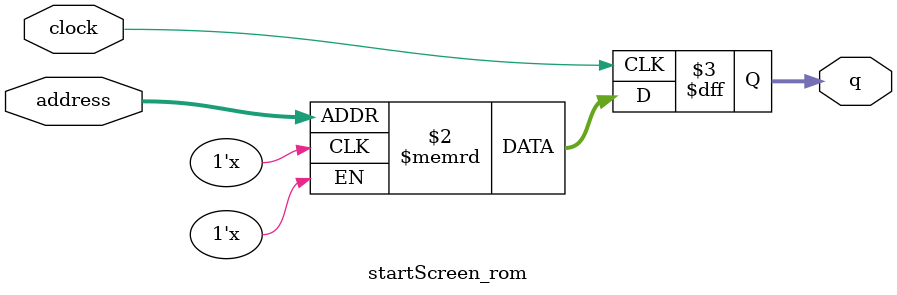
<source format=sv>
module startScreen_rom (
	input logic clock,
	input logic [14:0] address,
	output logic [3:0] q
);

logic [3:0] memory [0:19199] /* synthesis ram_init_file = "./startScreen/startScreen.COE" */;

always_ff @ (posedge clock) begin
	q <= memory[address];
end

endmodule

</source>
